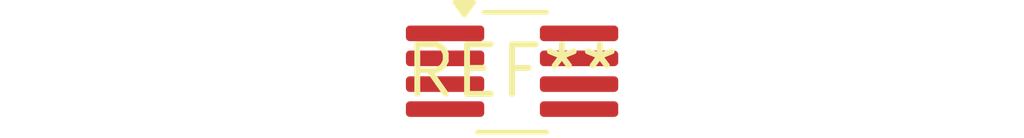
<source format=kicad_pcb>
(kicad_pcb (version 20240108) (generator pcbnew)
  (layers (0 "F.Cu" signal) (31 "B.Cu" signal) (34 "B.Paste" user) (35 "F.Paste" user) (36 "B.SilkS" user "B.Silkscreen") (37 "F.SilkS" user "F.Silkscreen") (38 "B.Mask" user) (39 "F.Mask" user) (44 "Edge.Cuts" user))
  (net 0 "")
  (footprint "TSOT-23-8_HandSoldering" (layer "F.Cu") (at 0 0)
    (property "Reference" "REF**")
    (property "Value" "TSOT-23-8_HandSoldering")
    (fp_line (start -0.88 1.56) (end 0.88 1.56) (layer "F.SilkS") (stroke (width 0.12)))
    (fp_line (start 0.08 -1.51) (end -0.72 -1.51) (layer "F.SilkS") (stroke (width 0.12)))
    (fp_line (start 0.08 -1.51) (end 0.88 -1.51) (layer "F.SilkS") (stroke (width 0.12)))
    (fp_poly (pts (xy -1.22 -1.435) (xy -1.46 -1.765) (xy -0.98 -1.765) (xy -1.22 -1.435)) (layer "F.SilkS") (stroke (width 0.12)) (fill solid))
    (pad "1" smd roundrect (at -1.71 -0.97) (size 2 0.4) (layers "F.Cu" "F.Paste" "F.Mask"))
    (pad "2" smd roundrect (at -1.71 -0.33) (size 2 0.4) (layers "F.Cu" "F.Paste" "F.Mask"))
    (pad "3" smd roundrect (at -1.71 0.33) (size 2 0.4) (layers "F.Cu" "F.Paste" "F.Mask"))
    (pad "4" smd roundrect (at -1.71 0.97) (size 2 0.4) (layers "F.Cu" "F.Paste" "F.Mask"))
    (pad "5" smd roundrect (at 1.71 0.97) (size 2 0.4) (layers "F.Cu" "F.Paste" "F.Mask"))
    (pad "6" smd roundrect (at 1.71 0.33) (size 2 0.4) (layers "F.Cu" "F.Paste" "F.Mask"))
    (pad "7" smd roundrect (at 1.71 -0.33) (size 2 0.4) (layers "F.Cu" "F.Paste" "F.Mask"))
    (pad "8" smd roundrect (at 1.71 -0.97) (size 2 0.4) (layers "F.Cu" "F.Paste" "F.Mask"))
  )
)
</source>
